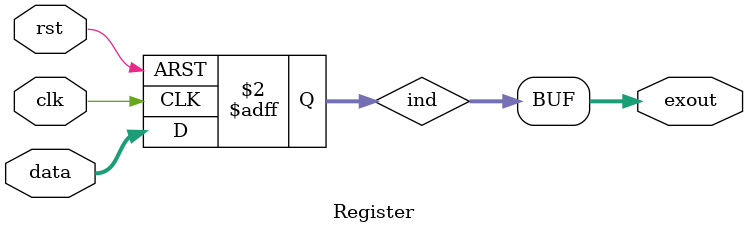
<source format=v>
`timescale 1ns / 1ps


module Register
    #(parameter WIDTH = 32 ) // ¼Ä´æÆ÷Êý¾ÝÎ»¿í
    (input clk,
    input rst,
    input [WIDTH-1:0]data,
    output [WIDTH-1:0]exout 
    );
    reg [WIDTH-1:0] ind;
    assign exout = ind;
    
    always@(posedge clk or posedge rst)
    begin
        if(rst) ind <= 0;
        else ind <= data;     
    end
endmodule

</source>
